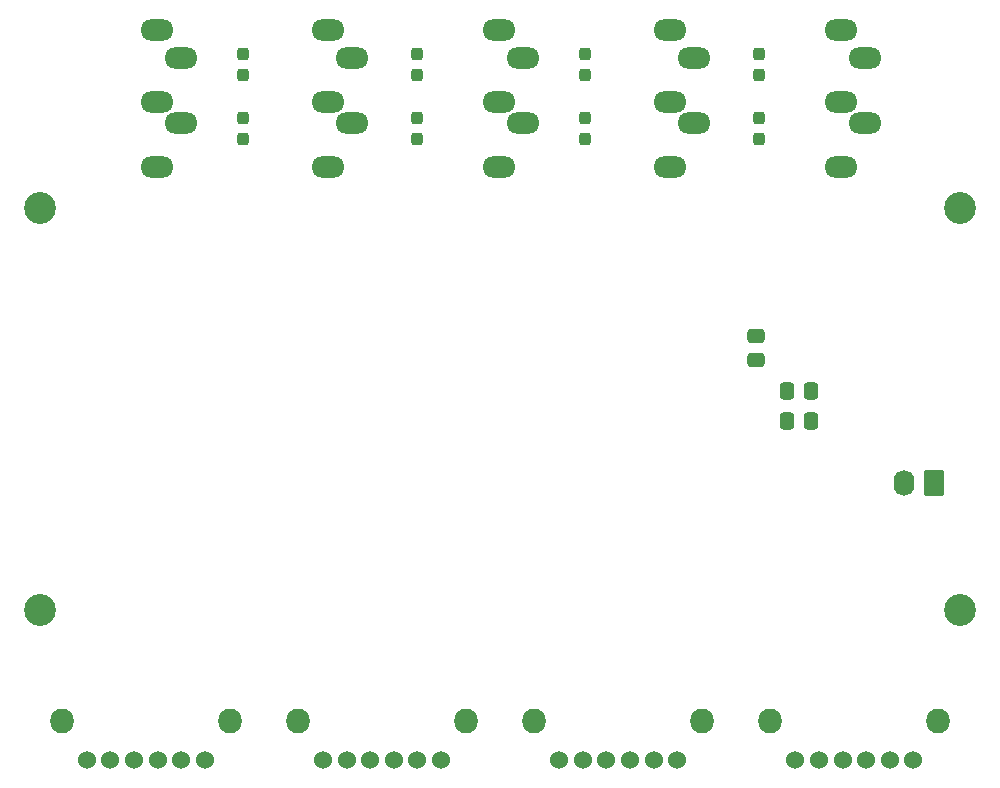
<source format=gbr>
%TF.GenerationSoftware,KiCad,Pcbnew,8.0.1*%
%TF.CreationDate,2024-11-05T21:38:58+00:00*%
%TF.ProjectId,Tiny4xPoweredStereoMixer,54696e79-3478-4506-9f77-657265645374,C*%
%TF.SameCoordinates,Original*%
%TF.FileFunction,Soldermask,Bot*%
%TF.FilePolarity,Negative*%
%FSLAX46Y46*%
G04 Gerber Fmt 4.6, Leading zero omitted, Abs format (unit mm)*
G04 Created by KiCad (PCBNEW 8.0.1) date 2024-11-05 21:38:58*
%MOMM*%
%LPD*%
G01*
G04 APERTURE LIST*
G04 Aperture macros list*
%AMRoundRect*
0 Rectangle with rounded corners*
0 $1 Rounding radius*
0 $2 $3 $4 $5 $6 $7 $8 $9 X,Y pos of 4 corners*
0 Add a 4 corners polygon primitive as box body*
4,1,4,$2,$3,$4,$5,$6,$7,$8,$9,$2,$3,0*
0 Add four circle primitives for the rounded corners*
1,1,$1+$1,$2,$3*
1,1,$1+$1,$4,$5*
1,1,$1+$1,$6,$7*
1,1,$1+$1,$8,$9*
0 Add four rect primitives between the rounded corners*
20,1,$1+$1,$2,$3,$4,$5,0*
20,1,$1+$1,$4,$5,$6,$7,0*
20,1,$1+$1,$6,$7,$8,$9,0*
20,1,$1+$1,$8,$9,$2,$3,0*%
G04 Aperture macros list end*
%ADD10O,2.800000X1.800000*%
%ADD11C,2.700000*%
%ADD12RoundRect,0.250000X0.620000X0.845000X-0.620000X0.845000X-0.620000X-0.845000X0.620000X-0.845000X0*%
%ADD13O,1.740000X2.190000*%
%ADD14O,2.000000X2.100000*%
%ADD15C,1.524000*%
%ADD16RoundRect,0.250000X-0.475000X0.337500X-0.475000X-0.337500X0.475000X-0.337500X0.475000X0.337500X0*%
%ADD17RoundRect,0.237500X-0.237500X0.300000X-0.237500X-0.300000X0.237500X-0.300000X0.237500X0.300000X0*%
%ADD18RoundRect,0.250000X0.337500X0.475000X-0.337500X0.475000X-0.337500X-0.475000X0.337500X-0.475000X0*%
G04 APERTURE END LIST*
D10*
%TO.C,J1*%
X116631800Y-59817600D03*
X114631800Y-58017600D03*
X114631800Y-51917600D03*
X116631800Y-54317600D03*
X114631800Y-63517600D03*
%TD*%
%TO.C,J4*%
X160065800Y-59817600D03*
X158065800Y-58017600D03*
X158065800Y-51917600D03*
X160065800Y-54317600D03*
X158065800Y-63517600D03*
%TD*%
D11*
%TO.C,H4*%
X182626000Y-101041200D03*
%TD*%
D10*
%TO.C,J3*%
X145587800Y-59817600D03*
X143587800Y-58017600D03*
X143587800Y-51917600D03*
X145587800Y-54317600D03*
X143587800Y-63517600D03*
%TD*%
D11*
%TO.C,H3*%
X104673400Y-101041200D03*
%TD*%
%TO.C,H2*%
X182626000Y-67005200D03*
%TD*%
%TO.C,H1*%
X104673400Y-66979800D03*
%TD*%
D12*
%TO.C,J5*%
X180361500Y-90271000D03*
D13*
X177821500Y-90271000D03*
%TD*%
D14*
%TO.C,RV1*%
X106553000Y-110472000D03*
X120753000Y-110472000D03*
D15*
X112653000Y-113772000D03*
X114653000Y-113772000D03*
X116653000Y-113772000D03*
X110653000Y-113772000D03*
X108653000Y-113772000D03*
X118653000Y-113772000D03*
%TD*%
D10*
%TO.C,J9*%
X174543800Y-59817600D03*
X172543800Y-58017600D03*
X172543800Y-51917600D03*
X174543800Y-54317600D03*
X172543800Y-63517600D03*
%TD*%
%TO.C,J2*%
X131109800Y-59817600D03*
X129109800Y-58017600D03*
X129109800Y-51917600D03*
X131109800Y-54317600D03*
X129109800Y-63517600D03*
%TD*%
D14*
%TO.C,RV2*%
X126548066Y-110472000D03*
X140748066Y-110472000D03*
D15*
X132648066Y-113772000D03*
X134648066Y-113772000D03*
X136648066Y-113772000D03*
X130648066Y-113772000D03*
X128648066Y-113772000D03*
X138648066Y-113772000D03*
%TD*%
D14*
%TO.C,RV3*%
X146543132Y-110472000D03*
X160743132Y-110472000D03*
D15*
X152643132Y-113772000D03*
X154643132Y-113772000D03*
X156643132Y-113772000D03*
X150643132Y-113772000D03*
X148643132Y-113772000D03*
X158643132Y-113772000D03*
%TD*%
D14*
%TO.C,RV4*%
X166538200Y-110472000D03*
X180738200Y-110472000D03*
D15*
X172638200Y-113772000D03*
X174638200Y-113772000D03*
X176638200Y-113772000D03*
X170638200Y-113772000D03*
X168638200Y-113772000D03*
X178638200Y-113772000D03*
%TD*%
D16*
%TO.C,C16*%
X165354000Y-77835000D03*
X165354000Y-79910000D03*
%TD*%
D17*
%TO.C,C5*%
X121920000Y-54001500D03*
X121920000Y-55726500D03*
%TD*%
D18*
%TO.C,C4*%
X169997000Y-85090000D03*
X167922000Y-85090000D03*
%TD*%
D17*
%TO.C,C12*%
X150876000Y-54001500D03*
X150876000Y-55726500D03*
%TD*%
%TO.C,C11*%
X136652000Y-59436000D03*
X136652000Y-61161000D03*
%TD*%
%TO.C,C17*%
X165608000Y-54001500D03*
X165608000Y-55726500D03*
%TD*%
%TO.C,C10*%
X136652000Y-54001500D03*
X136652000Y-55726500D03*
%TD*%
D18*
%TO.C,C15*%
X169997000Y-82550000D03*
X167922000Y-82550000D03*
%TD*%
D17*
%TO.C,C18*%
X165608000Y-59436000D03*
X165608000Y-61161000D03*
%TD*%
%TO.C,C14*%
X150876000Y-59436000D03*
X150876000Y-61161000D03*
%TD*%
%TO.C,C7*%
X121920000Y-59436000D03*
X121920000Y-61161000D03*
%TD*%
M02*

</source>
